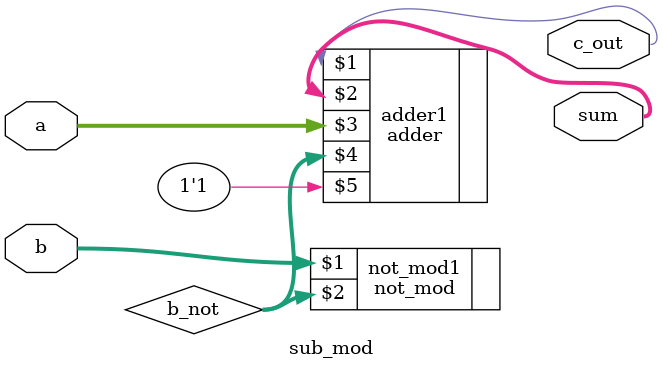
<source format=v>
`timescale 1ps / 1ps
module sub_mod(c_out, sum, a, b);
parameter size=8;

input [size-1:0] a;
input [size-1:0] b;

output [size-1:0] sum;
output c_out;

wire[size-1:0] b_not;

not_mod #(size) not_mod1(b,b_not);
adder #(size) adder1(c_out, sum,a,b_not,1'b1);


endmodule

</source>
